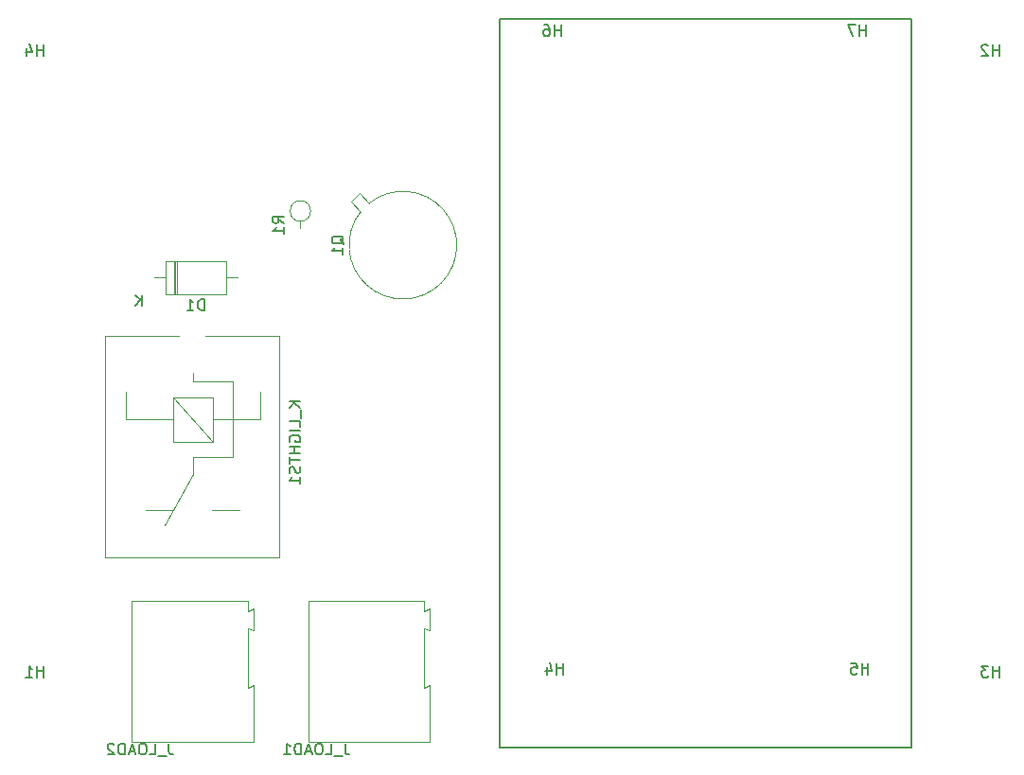
<source format=gbr>
%TF.GenerationSoftware,KiCad,Pcbnew,6.0.11+dfsg-1*%
%TF.CreationDate,2023-05-11T07:41:09-05:00*%
%TF.ProjectId,lights_control_v2,6c696768-7473-45f6-936f-6e74726f6c5f,rev?*%
%TF.SameCoordinates,Original*%
%TF.FileFunction,Legend,Bot*%
%TF.FilePolarity,Positive*%
%FSLAX46Y46*%
G04 Gerber Fmt 4.6, Leading zero omitted, Abs format (unit mm)*
G04 Created by KiCad (PCBNEW 6.0.11+dfsg-1) date 2023-05-11 07:41:09*
%MOMM*%
%LPD*%
G01*
G04 APERTURE LIST*
%ADD10C,0.200000*%
%ADD11C,0.150000*%
%ADD12C,0.120000*%
G04 APERTURE END LIST*
D10*
X139970000Y-116500000D02*
X176820000Y-116500000D01*
X176820000Y-116500000D02*
X176820000Y-51350000D01*
X176820000Y-51350000D02*
X139970000Y-51350000D01*
X139970000Y-51350000D02*
X139970000Y-116500000D01*
D11*
%TO.C,H4*%
X99161904Y-54602380D02*
X99161904Y-53602380D01*
X99161904Y-54078571D02*
X98590476Y-54078571D01*
X98590476Y-54602380D02*
X98590476Y-53602380D01*
X97685714Y-53935714D02*
X97685714Y-54602380D01*
X97923809Y-53554761D02*
X98161904Y-54269047D01*
X97542857Y-54269047D01*
%TO.C,H6*%
X145481904Y-52852380D02*
X145481904Y-51852380D01*
X145481904Y-52328571D02*
X144910476Y-52328571D01*
X144910476Y-52852380D02*
X144910476Y-51852380D01*
X144005714Y-51852380D02*
X144196190Y-51852380D01*
X144291428Y-51900000D01*
X144339047Y-51947619D01*
X144434285Y-52090476D01*
X144481904Y-52280952D01*
X144481904Y-52661904D01*
X144434285Y-52757142D01*
X144386666Y-52804761D01*
X144291428Y-52852380D01*
X144100952Y-52852380D01*
X144005714Y-52804761D01*
X143958095Y-52757142D01*
X143910476Y-52661904D01*
X143910476Y-52423809D01*
X143958095Y-52328571D01*
X144005714Y-52280952D01*
X144100952Y-52233333D01*
X144291428Y-52233333D01*
X144386666Y-52280952D01*
X144434285Y-52328571D01*
X144481904Y-52423809D01*
%TO.C,Q1*%
X126057619Y-71464761D02*
X126010000Y-71369523D01*
X125914761Y-71274285D01*
X125771904Y-71131428D01*
X125724285Y-71036190D01*
X125724285Y-70940952D01*
X125962380Y-70988571D02*
X125914761Y-70893333D01*
X125819523Y-70798095D01*
X125629047Y-70750476D01*
X125295714Y-70750476D01*
X125105238Y-70798095D01*
X125010000Y-70893333D01*
X124962380Y-70988571D01*
X124962380Y-71179047D01*
X125010000Y-71274285D01*
X125105238Y-71369523D01*
X125295714Y-71417142D01*
X125629047Y-71417142D01*
X125819523Y-71369523D01*
X125914761Y-71274285D01*
X125962380Y-71179047D01*
X125962380Y-70988571D01*
X125962380Y-72369523D02*
X125962380Y-71798095D01*
X125962380Y-72083809D02*
X124962380Y-72083809D01*
X125105238Y-71988571D01*
X125200476Y-71893333D01*
X125248095Y-71798095D01*
%TO.C,H5*%
X172961904Y-109952380D02*
X172961904Y-108952380D01*
X172961904Y-109428571D02*
X172390476Y-109428571D01*
X172390476Y-109952380D02*
X172390476Y-108952380D01*
X171438095Y-108952380D02*
X171914285Y-108952380D01*
X171961904Y-109428571D01*
X171914285Y-109380952D01*
X171819047Y-109333333D01*
X171580952Y-109333333D01*
X171485714Y-109380952D01*
X171438095Y-109428571D01*
X171390476Y-109523809D01*
X171390476Y-109761904D01*
X171438095Y-109857142D01*
X171485714Y-109904761D01*
X171580952Y-109952380D01*
X171819047Y-109952380D01*
X171914285Y-109904761D01*
X171961904Y-109857142D01*
%TO.C,K_LIGHTS1*%
X122152380Y-85557142D02*
X121152380Y-85557142D01*
X122152380Y-86128571D02*
X121580952Y-85700000D01*
X121152380Y-86128571D02*
X121723809Y-85557142D01*
X122247619Y-86319047D02*
X122247619Y-87080952D01*
X122152380Y-87795238D02*
X122152380Y-87319047D01*
X121152380Y-87319047D01*
X122152380Y-88128571D02*
X121152380Y-88128571D01*
X121200000Y-89128571D02*
X121152380Y-89033333D01*
X121152380Y-88890476D01*
X121200000Y-88747619D01*
X121295238Y-88652380D01*
X121390476Y-88604761D01*
X121580952Y-88557142D01*
X121723809Y-88557142D01*
X121914285Y-88604761D01*
X122009523Y-88652380D01*
X122104761Y-88747619D01*
X122152380Y-88890476D01*
X122152380Y-88985714D01*
X122104761Y-89128571D01*
X122057142Y-89176190D01*
X121723809Y-89176190D01*
X121723809Y-88985714D01*
X122152380Y-89604761D02*
X121152380Y-89604761D01*
X121628571Y-89604761D02*
X121628571Y-90176190D01*
X122152380Y-90176190D02*
X121152380Y-90176190D01*
X121152380Y-90509523D02*
X121152380Y-91080952D01*
X122152380Y-90795238D02*
X121152380Y-90795238D01*
X122104761Y-91366666D02*
X122152380Y-91509523D01*
X122152380Y-91747619D01*
X122104761Y-91842857D01*
X122057142Y-91890476D01*
X121961904Y-91938095D01*
X121866666Y-91938095D01*
X121771428Y-91890476D01*
X121723809Y-91842857D01*
X121676190Y-91747619D01*
X121628571Y-91557142D01*
X121580952Y-91461904D01*
X121533333Y-91414285D01*
X121438095Y-91366666D01*
X121342857Y-91366666D01*
X121247619Y-91414285D01*
X121200000Y-91461904D01*
X121152380Y-91557142D01*
X121152380Y-91795238D01*
X121200000Y-91938095D01*
X122152380Y-92890476D02*
X122152380Y-92319047D01*
X122152380Y-92604761D02*
X121152380Y-92604761D01*
X121295238Y-92509523D01*
X121390476Y-92414285D01*
X121438095Y-92319047D01*
%TO.C,H7*%
X172761904Y-52852380D02*
X172761904Y-51852380D01*
X172761904Y-52328571D02*
X172190476Y-52328571D01*
X172190476Y-52852380D02*
X172190476Y-51852380D01*
X171809523Y-51852380D02*
X171142857Y-51852380D01*
X171571428Y-52852380D01*
%TO.C,H2*%
X184661904Y-54602380D02*
X184661904Y-53602380D01*
X184661904Y-54078571D02*
X184090476Y-54078571D01*
X184090476Y-54602380D02*
X184090476Y-53602380D01*
X183661904Y-53697619D02*
X183614285Y-53650000D01*
X183519047Y-53602380D01*
X183280952Y-53602380D01*
X183185714Y-53650000D01*
X183138095Y-53697619D01*
X183090476Y-53792857D01*
X183090476Y-53888095D01*
X183138095Y-54030952D01*
X183709523Y-54602380D01*
X183090476Y-54602380D01*
%TO.C,D1*%
X113538095Y-77382380D02*
X113538095Y-76382380D01*
X113300000Y-76382380D01*
X113157142Y-76430000D01*
X113061904Y-76525238D01*
X113014285Y-76620476D01*
X112966666Y-76810952D01*
X112966666Y-76953809D01*
X113014285Y-77144285D01*
X113061904Y-77239523D01*
X113157142Y-77334761D01*
X113300000Y-77382380D01*
X113538095Y-77382380D01*
X112014285Y-77382380D02*
X112585714Y-77382380D01*
X112300000Y-77382380D02*
X112300000Y-76382380D01*
X112395238Y-76525238D01*
X112490476Y-76620476D01*
X112585714Y-76668095D01*
X107981904Y-77012380D02*
X107981904Y-76012380D01*
X107410476Y-77012380D02*
X107839047Y-76440952D01*
X107410476Y-76012380D02*
X107981904Y-76583809D01*
%TO.C,H3*%
X184661904Y-110202380D02*
X184661904Y-109202380D01*
X184661904Y-109678571D02*
X184090476Y-109678571D01*
X184090476Y-110202380D02*
X184090476Y-109202380D01*
X183709523Y-109202380D02*
X183090476Y-109202380D01*
X183423809Y-109583333D01*
X183280952Y-109583333D01*
X183185714Y-109630952D01*
X183138095Y-109678571D01*
X183090476Y-109773809D01*
X183090476Y-110011904D01*
X183138095Y-110107142D01*
X183185714Y-110154761D01*
X183280952Y-110202380D01*
X183566666Y-110202380D01*
X183661904Y-110154761D01*
X183709523Y-110107142D01*
%TO.C,J_LOAD2*%
X110386428Y-116142380D02*
X110386428Y-116856666D01*
X110434047Y-116999523D01*
X110529285Y-117094761D01*
X110672142Y-117142380D01*
X110767380Y-117142380D01*
X110148333Y-117237619D02*
X109386428Y-117237619D01*
X108672142Y-117142380D02*
X109148333Y-117142380D01*
X109148333Y-116142380D01*
X108148333Y-116142380D02*
X107957857Y-116142380D01*
X107862619Y-116190000D01*
X107767380Y-116285238D01*
X107719761Y-116475714D01*
X107719761Y-116809047D01*
X107767380Y-116999523D01*
X107862619Y-117094761D01*
X107957857Y-117142380D01*
X108148333Y-117142380D01*
X108243571Y-117094761D01*
X108338809Y-116999523D01*
X108386428Y-116809047D01*
X108386428Y-116475714D01*
X108338809Y-116285238D01*
X108243571Y-116190000D01*
X108148333Y-116142380D01*
X107338809Y-116856666D02*
X106862619Y-116856666D01*
X107434047Y-117142380D02*
X107100714Y-116142380D01*
X106767380Y-117142380D01*
X106434047Y-117142380D02*
X106434047Y-116142380D01*
X106195952Y-116142380D01*
X106053095Y-116190000D01*
X105957857Y-116285238D01*
X105910238Y-116380476D01*
X105862619Y-116570952D01*
X105862619Y-116713809D01*
X105910238Y-116904285D01*
X105957857Y-116999523D01*
X106053095Y-117094761D01*
X106195952Y-117142380D01*
X106434047Y-117142380D01*
X105481666Y-116237619D02*
X105434047Y-116190000D01*
X105338809Y-116142380D01*
X105100714Y-116142380D01*
X105005476Y-116190000D01*
X104957857Y-116237619D01*
X104910238Y-116332857D01*
X104910238Y-116428095D01*
X104957857Y-116570952D01*
X105529285Y-117142380D01*
X104910238Y-117142380D01*
%TO.C,H1*%
X99161904Y-110202380D02*
X99161904Y-109202380D01*
X99161904Y-109678571D02*
X98590476Y-109678571D01*
X98590476Y-110202380D02*
X98590476Y-109202380D01*
X97590476Y-110202380D02*
X98161904Y-110202380D01*
X97876190Y-110202380D02*
X97876190Y-109202380D01*
X97971428Y-109345238D01*
X98066666Y-109440476D01*
X98161904Y-109488095D01*
%TO.C,J_LOAD1*%
X126151428Y-116142380D02*
X126151428Y-116856666D01*
X126199047Y-116999523D01*
X126294285Y-117094761D01*
X126437142Y-117142380D01*
X126532380Y-117142380D01*
X125913333Y-117237619D02*
X125151428Y-117237619D01*
X124437142Y-117142380D02*
X124913333Y-117142380D01*
X124913333Y-116142380D01*
X123913333Y-116142380D02*
X123722857Y-116142380D01*
X123627619Y-116190000D01*
X123532380Y-116285238D01*
X123484761Y-116475714D01*
X123484761Y-116809047D01*
X123532380Y-116999523D01*
X123627619Y-117094761D01*
X123722857Y-117142380D01*
X123913333Y-117142380D01*
X124008571Y-117094761D01*
X124103809Y-116999523D01*
X124151428Y-116809047D01*
X124151428Y-116475714D01*
X124103809Y-116285238D01*
X124008571Y-116190000D01*
X123913333Y-116142380D01*
X123103809Y-116856666D02*
X122627619Y-116856666D01*
X123199047Y-117142380D02*
X122865714Y-116142380D01*
X122532380Y-117142380D01*
X122199047Y-117142380D02*
X122199047Y-116142380D01*
X121960952Y-116142380D01*
X121818095Y-116190000D01*
X121722857Y-116285238D01*
X121675238Y-116380476D01*
X121627619Y-116570952D01*
X121627619Y-116713809D01*
X121675238Y-116904285D01*
X121722857Y-116999523D01*
X121818095Y-117094761D01*
X121960952Y-117142380D01*
X122199047Y-117142380D01*
X120675238Y-117142380D02*
X121246666Y-117142380D01*
X120960952Y-117142380D02*
X120960952Y-116142380D01*
X121056190Y-116285238D01*
X121151428Y-116380476D01*
X121246666Y-116428095D01*
%TO.C,R1*%
X120692380Y-69603333D02*
X120216190Y-69270000D01*
X120692380Y-69031904D02*
X119692380Y-69031904D01*
X119692380Y-69412857D01*
X119740000Y-69508095D01*
X119787619Y-69555714D01*
X119882857Y-69603333D01*
X120025714Y-69603333D01*
X120120952Y-69555714D01*
X120168571Y-69508095D01*
X120216190Y-69412857D01*
X120216190Y-69031904D01*
X120692380Y-70555714D02*
X120692380Y-69984285D01*
X120692380Y-70270000D02*
X119692380Y-70270000D01*
X119835238Y-70174761D01*
X119930476Y-70079523D01*
X119978095Y-69984285D01*
%TO.C,H4*%
X145681904Y-109952380D02*
X145681904Y-108952380D01*
X145681904Y-109428571D02*
X145110476Y-109428571D01*
X145110476Y-109952380D02*
X145110476Y-108952380D01*
X144205714Y-109285714D02*
X144205714Y-109952380D01*
X144443809Y-108904761D02*
X144681904Y-109619047D01*
X144062857Y-109619047D01*
D12*
%TO.C,Q1*%
X127555098Y-68562916D02*
X126664144Y-67671961D01*
X127441961Y-66894144D02*
X128332916Y-67785098D01*
X126664144Y-67671961D02*
X127441961Y-66894144D01*
X127555098Y-68562916D02*
G75*
G03*
X128332629Y-67785326I3774902J-2997084D01*
G01*
%TO.C,K_LIGHTS1*%
X106550000Y-87150000D02*
X110750000Y-87150000D01*
X114350000Y-87150000D02*
X118550000Y-87150000D01*
X104700000Y-79700000D02*
X104700000Y-99500000D01*
X114350000Y-85150000D02*
X110750000Y-85150000D01*
X108300000Y-95250000D02*
X110800000Y-95250000D01*
X112550000Y-92050000D02*
X110050000Y-96650000D01*
X114350000Y-89150000D02*
X114350000Y-85150000D01*
X112550000Y-83750000D02*
X116150000Y-83750000D01*
X104700000Y-99500000D02*
X120300000Y-99500000D01*
X116150000Y-90550000D02*
X116150000Y-83750000D01*
X113700000Y-79700000D02*
X120300000Y-79700000D01*
X110750000Y-89150000D02*
X114350000Y-89150000D01*
X104700000Y-79700000D02*
X111300000Y-79700000D01*
X112550000Y-90550000D02*
X112550000Y-92050000D01*
X112550000Y-83750000D02*
X112550000Y-82950000D01*
X120300000Y-99500000D02*
X120300000Y-79700000D01*
X112550000Y-90550000D02*
X116150000Y-90550000D01*
X110750000Y-85150000D02*
X110750000Y-89150000D01*
X114350000Y-89150000D02*
X110750000Y-85150000D01*
X106550000Y-87150000D02*
X106550000Y-84650000D01*
X118550000Y-84650000D02*
X118550000Y-87150000D01*
X116700000Y-95250000D02*
X114250000Y-95250000D01*
%TO.C,D1*%
X110860000Y-75930000D02*
X110860000Y-72990000D01*
X110080000Y-75930000D02*
X110080000Y-72990000D01*
X115520000Y-75930000D02*
X110080000Y-75930000D01*
X115520000Y-72990000D02*
X115520000Y-75930000D01*
X116540000Y-74460000D02*
X115520000Y-74460000D01*
X110080000Y-72990000D02*
X115520000Y-72990000D01*
X110980000Y-75930000D02*
X110980000Y-72990000D01*
X111100000Y-75930000D02*
X111100000Y-72990000D01*
X109060000Y-74460000D02*
X110080000Y-74460000D01*
%TO.C,J_LOAD2*%
X117435000Y-103400000D02*
X117435000Y-104350000D01*
X117935000Y-106050000D02*
X117435000Y-105800000D01*
X117435000Y-104350000D02*
X117935000Y-104100000D01*
X117435000Y-105800000D02*
X117435000Y-111200000D01*
X107085000Y-116000000D02*
X107085000Y-103400000D01*
X107085000Y-103400000D02*
X117435000Y-103400000D01*
X117935000Y-106000000D02*
X117935000Y-106050000D01*
X117935000Y-104100000D02*
X117935000Y-106000000D01*
X117935000Y-116000000D02*
X107085000Y-116000000D01*
X117435000Y-111200000D02*
X117935000Y-110900000D01*
X117935000Y-110900000D02*
X117935000Y-116000000D01*
%TO.C,J_LOAD1*%
X133700000Y-104100000D02*
X133700000Y-106000000D01*
X122850000Y-103400000D02*
X133200000Y-103400000D01*
X133200000Y-105800000D02*
X133200000Y-111200000D01*
X133200000Y-104350000D02*
X133700000Y-104100000D01*
X122850000Y-116000000D02*
X122850000Y-103400000D01*
X133700000Y-110900000D02*
X133700000Y-116000000D01*
X133200000Y-111200000D02*
X133700000Y-110900000D01*
X133700000Y-116000000D02*
X122850000Y-116000000D01*
X133700000Y-106000000D02*
X133700000Y-106050000D01*
X133200000Y-103400000D02*
X133200000Y-104350000D01*
X133700000Y-106050000D02*
X133200000Y-105800000D01*
%TO.C,R1*%
X122160000Y-69420000D02*
X122160000Y-70040000D01*
X123080000Y-68500000D02*
G75*
G03*
X123080000Y-68500000I-920000J0D01*
G01*
%TD*%
M02*

</source>
